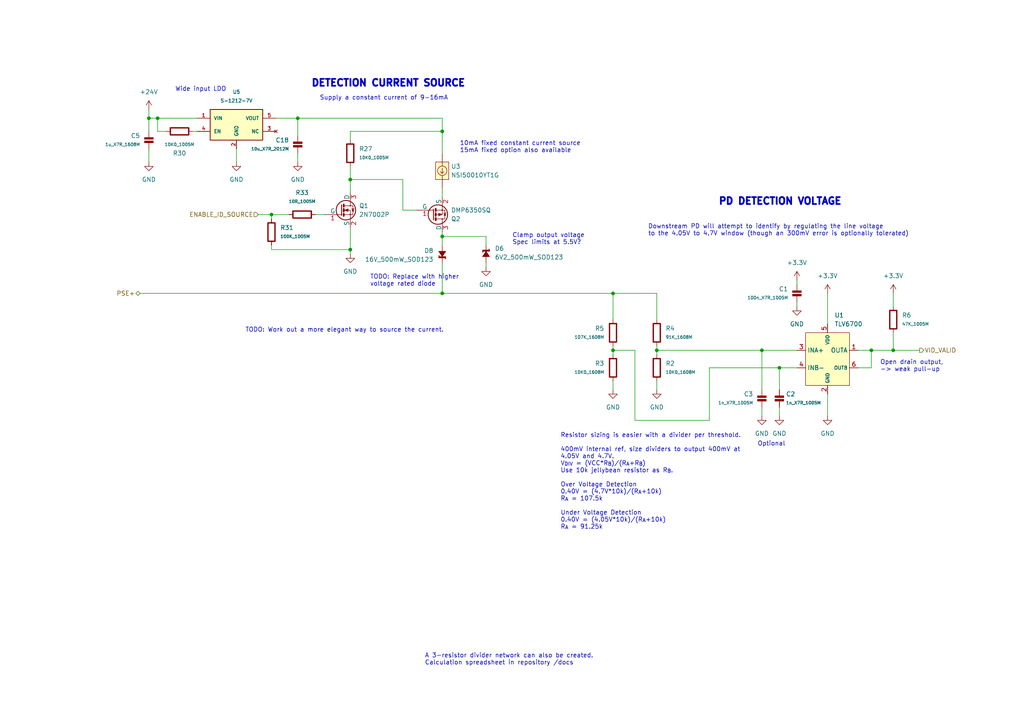
<source format=kicad_sch>
(kicad_sch (version 20230121) (generator eeschema)
  (paper "A4")
  (title_block (title "PSE Detection Circuits") (date "2023-08-17") (rev "V1.0") (comment 2 "Sense the PD voltage as part of device detection.") (comment 3 "Provide a controlled current source for downstream PD devices "))
  (lib_symbols
    (symbol "appli_capacitor:100n_X7R_1005M" (pin_numbers hide) (pin_names (offset 0.254))
      (property "Reference" "C" (at -2.286 -2.54 90))
      (property "Value" "100n_X7R_1005M" (at 2.159 -2.54 90))
      (symbol "100n_X7R_1005M_0_1"
        (rectangle (start -1.27 -2.794) (end 1.27 -3.302) (fill (type outline)))
        (rectangle (start -1.27 -1.778) (end 1.27 -2.286) (fill (type outline)))
      )
      (symbol "100n_X7R_1005M_1_1"
        (pin passive line (at 0 0 270) (length 1.778) (name "~") (number "1"))
        (pin passive line (at 0 -5.08 90) (length 1.778) (name "~") (number "2"))
      )
    )
    (symbol "appli_capacitor:10u_X7R_2012M" (pin_numbers hide) (pin_names (offset 0.254))
      (property "Reference" "C" (at -2.286 -2.54 90))
      (property "Value" "10u_X7R_2012M" (at 2.159 -2.54 90))
      (symbol "10u_X7R_2012M_0_1"
        (rectangle (start -1.27 -2.794) (end 1.27 -3.302) (fill (type outline)))
        (rectangle (start -1.27 -1.778) (end 1.27 -2.286) (fill (type outline)))
      )
      (symbol "10u_X7R_2012M_1_1"
        (pin passive line (at 0 0 270) (length 1.778) (name "~") (number "1"))
        (pin passive line (at 0 -5.08 90) (length 1.778) (name "~") (number "2"))
      )
    )
    (symbol "appli_capacitor:1n_X7R_1005M" (pin_numbers hide) (pin_names (offset 0.254))
      (property "Reference" "C" (at -2.286 -2.54 90))
      (property "Value" "1n_X7R_1005M" (at 2.159 -2.54 90))
      (symbol "1n_X7R_1005M_0_1"
        (rectangle (start -1.27 -2.794) (end 1.27 -3.302) (fill (type outline)))
        (rectangle (start -1.27 -1.778) (end 1.27 -2.286) (fill (type outline)))
      )
      (symbol "1n_X7R_1005M_1_1"
        (pin passive line (at 0 0 270) (length 1.778) (name "~") (number "1"))
        (pin passive line (at 0 -5.08 90) (length 1.778) (name "~") (number "2"))
      )
    )
    (symbol "appli_capacitor:1u_X7R_1608M" (pin_numbers hide) (pin_names (offset 0.254))
      (property "Reference" "C" (at -2.286 -2.54 90))
      (property "Value" "1u_X7R_1608M" (at 2.159 -2.54 90))
      (symbol "1u_X7R_1608M_0_1"
        (rectangle (start -1.27 -2.794) (end 1.27 -3.302) (fill (type outline)))
        (rectangle (start -1.27 -1.778) (end 1.27 -2.286) (fill (type outline)))
      )
      (symbol "1u_X7R_1608M_1_1"
        (pin passive line (at 0 0 270) (length 1.778) (name "~") (number "1"))
        (pin passive line (at 0 -5.08 90) (length 1.778) (name "~") (number "2"))
      )
    )
    (symbol "appli_device:16V_500mW_SOD123" (pin_numbers hide) (pin_names (offset 0.254) hide)
      (property "Reference" "D" (at 0 2.032 0))
      (property "Value" "16V_500mW_SOD123" (at 0 -2.032 0))
      (symbol "16V_500mW_SOD123_0_1"
        (rectangle (start -0.762 1.016) (end -1.143 -1.016) (fill (type outline)))
        (polyline (pts (xy -1.143 1.016) (xy -1.397 1.016) (xy -1.397 0.762)))
        (polyline (pts (xy -0.762 -1.016) (xy -0.508 -1.016) (xy -0.508 -0.762)))
        (polyline (pts (xy 0.762 -1.016) (xy -0.762 0) (xy 0.762 1.016) (xy 0.762 -1.016)) (fill (type outline)))
      )
      (symbol "16V_500mW_SOD123_1_1"
        (pin passive line (at 2.54 0 180) (length 1.778) (name "A") (number "A"))
        (pin passive line (at -2.54 0 0) (length 1.778) (name "K") (number "C"))
      )
    )
    (symbol "appli_device:6V2_500mW_SOD123" (pin_numbers hide) (pin_names (offset 0.254) hide)
      (property "Reference" "D" (at 0 2.032 0))
      (property "Value" "6V2_500mW_SOD123" (at 0 -2.032 0))
      (symbol "6V2_500mW_SOD123_0_1"
        (rectangle (start -0.762 1.016) (end -1.143 -1.016) (fill (type outline)))
        (polyline (pts (xy -1.143 1.016) (xy -1.397 1.016) (xy -1.397 0.762)))
        (polyline (pts (xy -0.762 -1.016) (xy -0.508 -1.016) (xy -0.508 -0.762)))
        (polyline (pts (xy 0.762 -1.016) (xy -0.762 0) (xy 0.762 1.016) (xy 0.762 -1.016)) (fill (type outline)))
      )
      (symbol "6V2_500mW_SOD123_1_1"
        (pin passive line (at 2.54 0 180) (length 1.778) (name "A") (number "A"))
        (pin passive line (at -2.54 0 0) (length 1.778) (name "K") (number "C"))
      )
    )
    (symbol "appli_device:NSI50010YT1G" (pin_numbers hide) (pin_names (offset 0) hide)
      (property "Reference" "U" (at 2.54 1.27 0))
      (property "Value" "NSI50010YT1G" (at 2.54 -1.27 0))
      (symbol "NSI50010YT1G_0_1"
        (polyline (pts (xy 0 -1.397) (xy 0 -2.54)))
        (polyline (pts (xy 0 0.762) (xy -0.508 0.254)))
        (polyline (pts (xy 0 0.762) (xy 0 -0.762)))
        (polyline (pts (xy 0 0.762) (xy 0.508 0.254)))
        (polyline (pts (xy 0 2.54) (xy 0 1.397)))
        (circle (center 0 0) (radius 1.3678))
      )
      (symbol "NSI50010YT1G_1_1"
        (rectangle (start -1.905 2.54) (end 1.905 -2.54) (fill (type background)))
        (pin passive line (at 0 -5.08 90) (length 2.5) (name "A") (number "A"))
        (pin passive line (at 0 5.08 270) (length 2.5) (name "C") (number "C"))
      )
    )
    (symbol "appli_linear:TLV6700"
      (property "Reference" "U" (at 2.54 12.7 0))
      (property "Value" "TLV6700" (at 2.54 10.16 0))
      (symbol "TLV6700_1_1"
        (rectangle (start -6.35 7.62) (end 6.35 -7.62) (fill (type background)))
        (pin output line (at 8.89 2.54 180) (length 2.54) (name "OUTA") (number "1"))
        (pin power_in line (at 0 -10.16 90) (length 2.54) (name "GND") (number "2"))
        (pin input line (at -8.89 2.54 0) (length 2.54) (name "INA+") (number "3"))
        (pin input line (at -8.89 -2.54 0) (length 2.54) (name "INB-") (number "4"))
        (pin power_in line (at 0 10.16 270) (length 2.54) (name "VDD") (number "5"))
        (pin output line (at 8.89 -2.54 180) (length 2.54) (name "OUTB") (number "6"))
      )
    )
    (symbol "appli_power:+24V" (power) (pin_names (offset 0))
      (property "Value" "+24V" (at 0 3.556 0))
      (symbol "+24V_0_1"
        (polyline (pts (xy -0.762 1.27) (xy 0 2.54)))
        (polyline (pts (xy 0 0) (xy 0 2.54)))
        (polyline (pts (xy 0 2.54) (xy 0.762 1.27)))
      )
      (symbol "+24V_1_1"
        (pin power_in line (at 0 0 90) (length 0) hide (name "+24V") (number "1"))
      )
    )
    (symbol "appli_power:+3.3V" (power) (pin_names (offset 0))
      (property "Value" "+3.3V" (at 0 3.556 0))
      (symbol "+3.3V_0_1"
        (polyline (pts (xy -0.762 1.27) (xy 0 2.54)))
        (polyline (pts (xy 0 0) (xy 0 2.54)))
        (polyline (pts (xy 0 2.54) (xy 0.762 1.27)))
      )
      (symbol "+3.3V_1_1"
        (pin power_in line (at 0 0 90) (length 0) hide (name "+3.3V") (number "1"))
      )
    )
    (symbol "appli_power:GND" (power) (pin_names (offset 0))
      (property "Value" "GND" (at 0 -3.81 0))
      (symbol "GND_0_1"
        (polyline (pts (xy 0 0) (xy 0 -1.27) (xy 1.27 -1.27) (xy 0 -2.54) (xy -1.27 -1.27) (xy 0 -1.27)))
      )
      (symbol "GND_1_1"
        (pin power_in line (at 0 0 270) (length 0) hide (name "GND") (number "1"))
      )
    )
    (symbol "appli_regulator:S-1212-7V" (pin_names (offset 1.016))
      (property "Reference" "U" (at -7.62 7.62 0))
      (property "Value" "S-1212-7V" (at -7.62 6.35 0))
      (symbol "S-1212-7V_0_1"
        (rectangle (start -7.62 3.81) (end 7.62 -5.08) (stroke (width 0.254)) (fill (type background)))
      )
      (symbol "S-1212-7V_1_1"
        (pin input line (at -11.43 1.27 0) (length 3.81) (name "VIN") (number "1"))
        (pin power_in line (at 0 -7.62 90) (length 2.54) (name "GND") (number "2"))
        (pin no_connect line (at 11.43 -2.54 180) (length 3.81) (name "NC") (number "3"))
        (pin passive line (at -11.43 -2.54 0) (length 3.81) (name "EN") (number "4"))
        (pin power_out line (at 11.43 1.27 180) (length 3.81) (name "VOUT") (number "5"))
      )
    )
    (symbol "appli_resistor:100K_1005M" (pin_numbers hide) (pin_names (offset 0))
      (property "Reference" "R" (at -2.159 -3.81 90))
      (property "Value" "100K_1005M" (at 2.032 -3.81 90))
      (symbol "100K_1005M_0_1"
        (rectangle (start -1.016 -1.143) (end 1.016 -6.477) (stroke (width 0.381)))
      )
      (symbol "100K_1005M_1_1"
        (pin passive line (at 0 0 270) (length 1.143) (name "~") (number "1"))
        (pin passive line (at 0 -7.62 90) (length 1.143) (name "~") (number "2"))
      )
    )
    (symbol "appli_resistor:107K_1608M" (pin_numbers hide) (pin_names (offset 0))
      (property "Reference" "R" (at -2.159 -3.81 90))
      (property "Value" "107K_1608M" (at 2.032 -3.81 90))
      (symbol "107K_1608M_0_1"
        (rectangle (start -1.016 -1.143) (end 1.016 -6.477) (stroke (width 0.381)))
      )
      (symbol "107K_1608M_1_1"
        (pin passive line (at 0 0 270) (length 1.143) (name "~") (number "1"))
        (pin passive line (at 0 -7.62 90) (length 1.143) (name "~") (number "2"))
      )
    )
    (symbol "appli_resistor:10K0_1005M" (pin_numbers hide) (pin_names (offset 0))
      (property "Reference" "R" (at -2.159 -3.81 90))
      (property "Value" "10K0_1005M" (at 2.032 -3.81 90))
      (symbol "10K0_1005M_0_1"
        (rectangle (start -1.016 -1.143) (end 1.016 -6.477) (stroke (width 0.381)))
      )
      (symbol "10K0_1005M_1_1"
        (pin passive line (at 0 0 270) (length 1.143) (name "~") (number "1"))
        (pin passive line (at 0 -7.62 90) (length 1.143) (name "~") (number "2"))
      )
    )
    (symbol "appli_resistor:10K0_1608M" (pin_numbers hide) (pin_names (offset 0))
      (property "Reference" "R" (at -2.159 -3.81 90))
      (property "Value" "10K0_1608M" (at 2.032 -3.81 90))
      (symbol "10K0_1608M_0_1"
        (rectangle (start -1.016 -1.143) (end 1.016 -6.477) (stroke (width 0.381)))
      )
      (symbol "10K0_1608M_1_1"
        (pin passive line (at 0 0 270) (length 1.143) (name "~") (number "1"))
        (pin passive line (at 0 -7.62 90) (length 1.143) (name "~") (number "2"))
      )
    )
    (symbol "appli_resistor:10R_1005M" (pin_numbers hide) (pin_names (offset 0))
      (property "Reference" "R" (at -2.159 -3.81 90))
      (property "Value" "10R_1005M" (at 2.032 -3.81 90))
      (symbol "10R_1005M_0_1"
        (rectangle (start -1.016 -1.143) (end 1.016 -6.477) (stroke (width 0.381)))
      )
      (symbol "10R_1005M_1_1"
        (pin passive line (at 0 0 270) (length 1.143) (name "~") (number "1"))
        (pin passive line (at 0 -7.62 90) (length 1.143) (name "~") (number "2"))
      )
    )
    (symbol "appli_resistor:47K_1005M" (pin_numbers hide) (pin_names (offset 0))
      (property "Reference" "R" (at -2.159 -3.81 90))
      (property "Value" "47K_1005M" (at 2.032 -3.81 90))
      (symbol "47K_1005M_0_1"
        (rectangle (start -1.016 -1.143) (end 1.016 -6.477) (stroke (width 0.381)))
      )
      (symbol "47K_1005M_1_1"
        (pin passive line (at 0 0 270) (length 1.143) (name "~") (number "1"))
        (pin passive line (at 0 -7.62 90) (length 1.143) (name "~") (number "2"))
      )
    )
    (symbol "appli_resistor:91K_1608M" (pin_numbers hide) (pin_names (offset 0))
      (property "Reference" "R" (at -2.159 -3.81 90))
      (property "Value" "91K_1608M" (at 2.032 -3.81 90))
      (symbol "91K_1608M_0_1"
        (rectangle (start -1.016 -1.143) (end 1.016 -6.477) (stroke (width 0.381)))
      )
      (symbol "91K_1608M_1_1"
        (pin passive line (at 0 0 270) (length 1.143) (name "~") (number "1"))
        (pin passive line (at 0 -7.62 90) (length 1.143) (name "~") (number "2"))
      )
    )
    (symbol "appli_transistor:2N7002P" (pin_names (offset 0))
      (property "Reference" "Q" (at 5.08 1.905 0))
      (property "Value" "2N7002P" (at 5.08 0 0))
      (symbol "2N7002P_0_1"
        (polyline (pts (xy 0.635 -1.016) (xy 0.635 -1.651)) (stroke (width 0.508)))
        (polyline (pts (xy 0.635 0.381) (xy 0.635 -0.381)) (stroke (width 0.508)))
        (polyline (pts (xy 0.635 1.651) (xy 0.635 1.016)) (stroke (width 0.508)))
        (polyline (pts (xy 3.048 0.381) (xy 2.921 0.254)))
        (polyline (pts (xy 3.048 0.381) (xy 3.556 0.381)))
        (polyline (pts (xy 3.556 0.381) (xy 3.683 0.508)))
        (polyline (pts (xy 0 1.524) (xy 0 -1.524) (xy 0 -1.524)) (stroke (width 0.254)))
        (polyline (pts (xy 0.762 -1.27) (xy 2.54 -1.27) (xy 2.54 -2.54) (xy 2.54 -2.54)))
        (polyline (pts (xy 0.762 1.27) (xy 2.54 1.27) (xy 2.54 2.54) (xy 2.54 2.54)))
        (polyline (pts (xy 2.54 1.27) (xy 3.302 1.27) (xy 3.302 -1.27) (xy 2.54 -1.27)))
        (polyline (pts (xy 3.302 0.381) (xy 3.048 -0.254) (xy 3.556 -0.254) (xy 3.302 0.381)) (fill (type outline)))
        (polyline (pts (xy 0.762 0) (xy 1.27 0) (xy 2.54 0) (xy 2.54 -1.27) (xy 2.54 -1.27)))
        (polyline (pts (xy 0.889 0) (xy 1.905 0.381) (xy 1.905 -0.381) (xy 0.889 0) (xy 1.016 0) (xy 1.016 0)) (fill (type outline)))
        (circle (center 1.27 0) (radius 2.8194) (stroke (width 0.254)))
        (circle (center 2.54 -1.27) (radius 0.127))
        (circle (center 2.54 1.27) (radius 0.127))
      )
      (symbol "2N7002P_1_1"
        (pin passive line (at -5.08 -1.27 0) (length 5.08) (name "G") (number "1"))
        (pin passive line (at 2.54 -5.08 90) (length 2.54) (name "S") (number "2"))
        (pin passive line (at 2.54 5.08 270) (length 2.54) (name "D") (number "3"))
      )
    )
    (symbol "appli_transistor:DMP6350SQ" (pin_names (offset 0))
      (property "Reference" "Q" (at 5.08 1.905 0))
      (property "Value" "DMP6350SQ" (at 5.08 0 0))
      (symbol "DMP6350SQ_0_1"
        (polyline (pts (xy 0.635 -1.016) (xy 0.635 -1.651)) (stroke (width 0.508)))
        (polyline (pts (xy 0.635 0.381) (xy 0.635 -0.381)) (stroke (width 0.508)))
        (polyline (pts (xy 0.635 1.651) (xy 0.635 1.016)) (stroke (width 0.508)))
        (polyline (pts (xy 3.048 -0.381) (xy 2.921 -0.254)))
        (polyline (pts (xy 3.048 -0.381) (xy 3.556 -0.381)))
        (polyline (pts (xy 3.556 -0.381) (xy 3.683 -0.508)))
        (polyline (pts (xy 0 1.524) (xy 0 -1.524) (xy 0 -1.524)) (stroke (width 0.254)))
        (polyline (pts (xy 0.762 -1.27) (xy 2.54 -1.27) (xy 2.54 -2.54) (xy 2.54 -2.54)))
        (polyline (pts (xy 0.762 1.27) (xy 2.54 1.27) (xy 2.54 2.54) (xy 2.54 2.54)))
        (polyline (pts (xy 2.54 1.27) (xy 3.302 1.27) (xy 3.302 -1.27) (xy 2.54 -1.27)))
        (polyline (pts (xy 3.302 -0.381) (xy 3.048 0.254) (xy 3.556 0.254) (xy 3.302 -0.381)) (fill (type outline)))
        (polyline (pts (xy 0.762 0) (xy 1.27 0) (xy 2.54 0) (xy 2.54 -1.27) (xy 2.54 -1.27)))
        (circle (center 1.27 0) (radius 2.8194) (stroke (width 0.254)))
        (circle (center 2.54 -1.27) (radius 0.127))
        (circle (center 2.54 1.27) (radius 0.127))
      )
      (symbol "DMP6350SQ_1_1"
        (polyline (pts (xy 2.5146 0) (xy 1.4986 0.381) (xy 1.4986 -0.381) (xy 2.5146 0) (xy 2.3876 0) (xy 2.3876 0)) (fill (type outline)))
        (pin passive line (at -5.08 -1.27 0) (length 5.08) (name "G") (number "1"))
        (pin passive line (at 2.54 -5.08 90) (length 2.54) (name "S") (number "2"))
        (pin passive line (at 2.54 5.08 270) (length 2.54) (name "D") (number "3"))
      )
    )
  )
  (junction (at 86.36 34.29))
  (junction (at 128.27 38.1))
  (junction (at 226.06 106.68))
  (junction (at 220.98 101.6))
  (junction (at 252.73 101.6))
  (junction (at 128.27 85.09))
  (junction (at 43.18 34.29))
  (junction (at 128.27 68.58))
  (junction (at 177.8 101.6))
  (junction (at 78.74 62.23))
  (junction (at 259.08 101.6))
  (junction (at 45.72 34.29))
  (junction (at 101.6 52.07))
  (junction (at 101.6 72.39))
  (junction (at 177.8 85.09))
  (junction (at 190.5 101.6))
  (wire (pts (xy 240.03 114.3) (xy 240.03 120.65)))
  (wire (pts (xy 205.74 106.68) (xy 226.06 106.68)))
  (wire (pts (xy 128.27 67.31) (xy 128.27 68.58)))
  (wire (pts (xy 101.6 48.26) (xy 101.6 52.07)))
  (wire (pts (xy 116.84 60.96) (xy 116.84 52.07)))
  (wire (pts (xy 43.18 34.29) (xy 43.18 38.1)))
  (wire (pts (xy 220.98 101.6) (xy 231.14 101.6)))
  (wire (pts (xy 240.03 85.09) (xy 240.03 93.98)))
  (wire (pts (xy 190.5 100.33) (xy 190.5 101.6)))
  (wire (pts (xy 259.08 96.52) (xy 259.08 101.6)))
  (wire (pts (xy 86.36 44.45) (xy 86.36 46.99)))
  (wire (pts (xy 177.8 100.33) (xy 177.8 101.6)))
  (wire (pts (xy 78.74 63.5) (xy 78.74 62.23)))
  (wire (pts (xy 74.93 62.23) (xy 78.74 62.23)))
  (wire (pts (xy 101.6 72.39) (xy 101.6 73.66)))
  (wire (pts (xy 86.36 34.29) (xy 86.36 39.37)))
  (wire (pts (xy 252.73 101.6) (xy 259.08 101.6)))
  (wire (pts (xy 101.6 52.07) (xy 101.6 55.88)))
  (wire (pts (xy 220.98 113.03) (xy 220.98 101.6)))
  (wire (pts (xy 184.15 121.92) (xy 184.15 101.6)))
  (wire (pts (xy 184.15 101.6) (xy 177.8 101.6)))
  (wire (pts (xy 101.6 66.04) (xy 101.6 72.39)))
  (wire (pts (xy 55.88 38.1) (xy 57.15 38.1)))
  (wire (pts (xy 177.8 110.49) (xy 177.8 113.03)))
  (wire (pts (xy 177.8 85.09) (xy 190.5 85.09)))
  (wire (pts (xy 128.27 76.2) (xy 128.27 85.09)))
  (wire (pts (xy 231.14 81.28) (xy 231.14 82.55)))
  (wire (pts (xy 177.8 85.09) (xy 177.8 92.71)))
  (wire (pts (xy 78.74 72.39) (xy 101.6 72.39)))
  (wire (pts (xy 128.27 34.29) (xy 128.27 38.1)))
  (wire (pts (xy 226.06 118.11) (xy 226.06 120.65)))
  (wire (pts (xy 190.5 85.09) (xy 190.5 92.71)))
  (wire (pts (xy 43.18 31.75) (xy 43.18 34.29)))
  (wire (pts (xy 40.64 85.09) (xy 128.27 85.09)))
  (wire (pts (xy 128.27 68.58) (xy 128.27 71.12)))
  (wire (pts (xy 78.74 62.23) (xy 83.82 62.23)))
  (wire (pts (xy 220.98 118.11) (xy 220.98 120.65)))
  (wire (pts (xy 190.5 101.6) (xy 190.5 102.87)))
  (wire (pts (xy 140.97 68.58) (xy 128.27 68.58)))
  (wire (pts (xy 86.36 34.29) (xy 128.27 34.29)))
  (wire (pts (xy 128.27 54.61) (xy 128.27 57.15)))
  (wire (pts (xy 45.72 34.29) (xy 57.15 34.29)))
  (wire (pts (xy 68.58 43.18) (xy 68.58 46.99)))
  (wire (pts (xy 190.5 101.6) (xy 220.98 101.6)))
  (wire (pts (xy 116.84 52.07) (xy 101.6 52.07)))
  (wire (pts (xy 226.06 106.68) (xy 231.14 106.68)))
  (wire (pts (xy 205.74 106.68) (xy 205.74 121.92)))
  (wire (pts (xy 140.97 71.12) (xy 140.97 68.58)))
  (wire (pts (xy 48.26 38.1) (xy 45.72 38.1)))
  (wire (pts (xy 78.74 72.39) (xy 78.74 71.12)))
  (wire (pts (xy 226.06 106.68) (xy 226.06 113.03)))
  (wire (pts (xy 252.73 101.6) (xy 248.92 101.6)))
  (wire (pts (xy 91.44 62.23) (xy 93.98 62.23)))
  (wire (pts (xy 128.27 38.1) (xy 128.27 44.45)))
  (wire (pts (xy 259.08 85.09) (xy 259.08 88.9)))
  (wire (pts (xy 43.18 43.18) (xy 43.18 46.99)))
  (wire (pts (xy 190.5 110.49) (xy 190.5 113.03)))
  (wire (pts (xy 248.92 106.68) (xy 252.73 106.68)))
  (wire (pts (xy 128.27 85.09) (xy 177.8 85.09)))
  (wire (pts (xy 140.97 76.2) (xy 140.97 77.47)))
  (wire (pts (xy 259.08 101.6) (xy 266.7 101.6)))
  (wire (pts (xy 45.72 34.29) (xy 45.72 38.1)))
  (wire (pts (xy 205.74 121.92) (xy 184.15 121.92)))
  (wire (pts (xy 231.14 87.63) (xy 231.14 88.9)))
  (wire (pts (xy 177.8 101.6) (xy 177.8 102.87)))
  (wire (pts (xy 120.65 60.96) (xy 116.84 60.96)))
  (wire (pts (xy 101.6 38.1) (xy 128.27 38.1)))
  (wire (pts (xy 101.6 38.1) (xy 101.6 40.64)))
  (wire (pts (xy 80.01 34.29) (xy 86.36 34.29)))
  (wire (pts (xy 252.73 106.68) (xy 252.73 101.6)))
  (wire (pts (xy 43.18 34.29) (xy 45.72 34.29)))
  (text "Open drain output,\n-> weak pull-up" (at 255.27 107.95 0) (effects (font (size 1.27 1.27)) (justify left bottom)))
  (text "PD DETECTION VOLTAGE" (at 208.28 59.69 0) (effects (font (size 2 2) (thickness 0.6) bold) (justify left bottom)))
  (text "Optional" (at 219.71 129.54 0) (effects (font (size 1.27 1.27)) (justify left bottom)))
  (text "Downstream PD will attempt to identify by regulating the line voltage\nto the 4.05V to 4.7V window (though an 300mV error is optionally tolerated)" (at 187.96 68.58 0) (effects (font (size 1.27 1.27)) (justify left bottom)))
  (text "Resistor sizing is easier with a divider per threshold.\n\n400mV internal ref, size dividers to output 400mV at\n4.05V and 4.7V.\nV_{DIV} = (VCC*R_{B})/(R_{A}+R_{B})\nUse 10k jellybean resistor as R_{B}.\n\nOver Voltage Detection\n0.40V = (4.7V*10k)/(R_{A}+10k)\nR_{A} = 107.5k\n\nUnder Voltage Detection\n0.40V = (4.05V*10k)/(R_{A}+10k)\nR_{A} = 91.25k\n" (at 162.56 153.67 0) (effects (font (size 1.27 1.27)) (justify left bottom)))
  (text "Wide input LDO" (at 50.8 26.67 0) (effects (font (size 1.27 1.27)) (justify left bottom)))
  (text "A 3-resistor divider network can also be created.\nCalculation spreadsheet in repository /docs" (at 123.19 193.04 0) (effects (font (size 1.27 1.27)) (justify left bottom)))
  (text "Supply a constant current of 9-16mA" (at 92.71 29.21 0) (effects (font (size 1.27 1.27)) (justify left bottom)))
  (text "TODO: Work out a more elegant way to source the current." (at 71.12 96.52 0) (effects (font (size 1.27 1.27)) (justify left bottom)))
  (text "Clamp output voltage\nSpec limits at 5.5V?" (at 148.59 71.12 0) (effects (font (size 1.27 1.27)) (justify left bottom)))
  (text "DETECTION CURRENT SOURCE" (at 90.17 25.4 0) (effects (font (size 2 2) (thickness 0.6) bold) (justify left bottom)))
  (text "TODO: Replace with higher \nvoltage rated diode" (at 107.315 83.185 0) (effects (font (size 1.27 1.27)) (justify left bottom)))
  (text "10mA fixed constant current source\n15mA fixed option also available" (at 133.35 44.45 0) (effects (font (size 1.27 1.27)) (justify left bottom)))
  (hierarchical_label "VID_VALID" (shape output) (at 266.7 101.6 0))
  (hierarchical_label "PSE+" (shape bidirectional) (at 40.64 85.09 180))
  (hierarchical_label "ENABLE_ID_SOURCE" (shape input) (at 74.93 62.23 180))
  (symbol (lib_id "appli_device:6V2_500mW_SOD123") (at 140.97 73.66 270) (unit 1)
    (property "Reference" "D6" (at 143.51 72.0725 90) (effects (justify left)))
    (property "Value" "6V2_500mW_SOD123" (at 143.51 74.6125 90) (effects (justify left)))
    (property "Footprint" "Applidyne_SOD:SOD3715X145N" (effects hide))
    (property "Datasheet" "http://www.farnell.com/datasheets/2861300.pdf?_ga=2.267332942.1726490480.1578892286-691783955.1577082492" (effects hide))
    (property "manf" "multicomp PRO" (effects hide))
    (property "manf#" "MMSZ5234B-7-F" (effects hide))
    (property "Supplier" "element14" (effects hide))
    (property "Supplier Part No" "2306178" (effects hide))
    (property "Supplier URL" "https://au.element14.com/multicomp/mmsz5234b-7-f/diode-zener-6-2v-500mw-sod-123/dp/2306178" (effects hide))
    (property "Supplier Price" "0.068" (effects hide))
    (property "Supplier Price Break" "1" (effects hide))
  )
  (symbol (lib_id "appli_resistor:100K_1005M") (at 78.74 63.5 0) (unit 1)
    (property "Reference" "R31" (at 81.28 66.04 0) (effects (justify left)))
    (property "Value" "100K_1005M" (at 81.28 68.58 0) (effects (font (size 0.889 0.889)) (justify left)))
    (property "Footprint" "Applidyne_Resistor:RESC1005X40N" (effects hide))
    (property "Datasheet" "http://www.farnell.com/datasheets/1911175.pdf" (effects hide))
    (property "manf" "PANASONIC" (effects hide))
    (property "manf#" "ERJ2RKF1003X" (effects hide))
    (property "Supplier" "Element14" (effects hide))
    (property "Supplier Part No" "2302839" (effects hide))
    (property "Supplier URL" "http://au.element14.com/panasonic-electronic-components/erj2rkf1003x/res-thick-film-100k-1-0-1w-0402/dp/2302839" (effects hide))
    (property "Supplier Price" "0.016" (effects hide))
    (property "Supplier Price Break" "5" (effects hide))
  )
  (symbol (lib_id "appli_transistor:2N7002P") (at 99.06 60.96 0) (unit 1)
    (property "Reference" "Q1" (at 104.14 59.69 0) (effects (justify left)))
    (property "Value" "2N7002P" (at 104.14 62.23 0) (effects (justify left)))
    (property "Footprint" "Applidyne_SOT:SOT95P240X110-3L16N" (effects hide))
    (property "Datasheet" "http://datasheet.octopart.com/2N7002P%2C215-NXP-Semiconductors-datasheet-10031793.pdf" (effects hide))
    (property "manf" "Fairchild" (effects hide))
    (property "manf#" " 2N7002,215" (effects hide))
    (property "Supplier" "RS Online" (effects hide))
    (property "Supplier URL" "http://au.rs-online.com/web/p/mosfet-transistors/4367379/" (effects hide))
    (property "Supplier Part No" " 436-7379" (effects hide))
    (property "Supplier Price" "0.232" (effects hide))
    (property "Supplier Price Break" "25" (effects hide))
  )
  (symbol (lib_id "appli_power:GND") (at 101.6 73.66 0) (unit 1)
    (property "Reference" "#PWR076" (effects hide))
    (property "Value" "GND" (at 101.6 78.74 0))
  )
  (symbol (lib_id "appli_power:GND") (at 177.8 113.03 0) (unit 1)
    (property "Reference" "#PWR069" (effects hide))
    (property "Value" "GND" (at 177.8 118.11 0))
  )
  (symbol (lib_id "appli_power:GND") (at 140.97 77.47 0) (unit 1)
    (property "Reference" "#PWR062" (effects hide))
    (property "Value" "GND" (at 140.97 82.55 0))
  )
  (symbol (lib_id "appli_transistor:DMP6350SQ") (at 125.73 62.23 0) (mirror x) (unit 1)
    (property "Reference" "Q2" (at 130.81 63.5 0) (effects (justify left)))
    (property "Value" "DMP6350SQ" (at 130.81 60.96 0) (effects (justify left)))
    (property "Footprint" "Applidyne_SOT:SOT95P240X110-3L16N" (effects hide))
    (property "Datasheet" "https://au.mouser.com/datasheet/2/115/DMP6350SQ-1524963.pdf" (effects hide))
    (property "manf" "DIODES INC" (effects hide))
    (property "manf#" "DMP6350SQ-7" (effects hide))
    (property "Supplier" "Mouser" (effects hide))
    (property "Supplier URL" "https://au.mouser.com/ProductDetail/Diodes-Incorporated/DMP6350SQ-7?qs=sGAEpiMZZMshyDBzk1%2FWi%2FD7Em5shE8qeQ7CmGIgXfCtTGeF0D0ZQQ%3D%3D" (effects hide))
    (property "Supplier Part No" "621-DMP6350SQ-7" (effects hide))
    (property "Supplier Price" "0.542" (effects hide))
    (property "Supplier Price Break" "10" (effects hide))
  )
  (symbol (lib_id "appli_resistor:10R_1005M") (at 83.82 62.23 90) (unit 1)
    (property "Reference" "R33" (at 87.63 55.88 90))
    (property "Value" "10R_1005M" (at 87.63 58.42 90) (effects (font (size 0.889 0.889))))
    (property "Footprint" "Applidyne_Resistor:RESC1005X40N" (effects hide))
    (property "Datasheet" "http://www.farnell.com/datasheets/2111203.pdf" (effects hide))
    (property "manf" "VISHAY" (effects hide))
    (property "manf#" "CRCW040210R0FKED" (effects hide))
    (property "Supplier" "Element14" (effects hide))
    (property "Supplier Part No" "1652742" (effects hide))
    (property "Supplier URL" "http://au.element14.com/vishay/crcw040210r0fked/res-thick-film-10r-1-0-063w-0402/dp/1652742" (effects hide))
    (property "Supplier Price" "0.009" (effects hide))
    (property "Supplier Price Break" "10" (effects hide))
  )
  (symbol (lib_id "appli_resistor:10K0_1608M") (at 190.5 110.49 180) (unit 1)
    (property "Reference" "R2" (at 193.04 105.41 0) (effects (justify right)))
    (property "Value" "10K0_1608M" (at 193.04 107.95 0) (effects (font (size 0.889 0.889)) (justify right)))
    (property "Footprint" "Applidyne_Resistor:RESC1608X50N" (effects hide))
    (property "Datasheet" "http://www.farnell.com/datasheets/1723233.pdf" (effects hide))
    (property "manf" "TE CONNECTIVITY" (effects hide))
    (property "manf#" "CRGH0603F10K" (effects hide))
    (property "Supplier" "Element14" (effects hide))
    (property "Supplier Part No" "2332016" (effects hide))
    (property "Supplier URL" "http://au.element14.com/te-connectivity/crgh0603f10k/resistor-power-10k-0-2w-1-0603/dp/2332016" (effects hide))
    (property "Supplier Price" "0.02" (effects hide))
    (property "Supplier Price Break" "10" (effects hide))
  )
  (symbol (lib_id "appli_power:GND") (at 190.5 113.03 0) (unit 1)
    (property "Reference" "#PWR049" (effects hide))
    (property "Value" "GND" (at 190.5 118.11 0))
  )
  (symbol (lib_id "appli_resistor:10K0_1005M") (at 101.6 40.64 0) (unit 1)
    (property "Reference" "R27" (at 104.14 43.18 0) (effects (justify left)))
    (property "Value" "10K0_1005M" (at 104.14 45.72 0) (effects (font (size 0.889 0.889)) (justify left)))
    (property "Footprint" "Applidyne_Resistor:RESC1005X40N" (effects hide))
    (property "Datasheet" "http://www.farnell.com/datasheets/2111203.pdf" (effects hide))
    (property "manf" "VISHAY" (effects hide))
    (property "manf#" "CRCW040210K0FKED" (effects hide))
    (property "Supplier" "Element14" (effects hide))
    (property "Supplier Part No" "1469669" (effects hide))
    (property "Supplier URL" "http://au.element14.com/vishay/crcw040210k0fked/res-thick-film-10k-1-0-063w-0402/dp/1469669" (effects hide))
    (property "Supplier Price" "0.009" (effects hide))
    (property "Supplier Price Break" "10" (effects hide))
  )
  (symbol (lib_id "appli_linear:TLV6700") (at 240.03 104.14 0) (unit 1)
    (property "Reference" "U1" (at 242.0319 91.44 0) (effects (justify left)))
    (property "Value" "TLV6700" (at 242.0319 93.98 0) (effects (justify left)))
    (property "Footprint" "Applidyne_SOT:SOT95P280X145-6L50N" (effects hide))
    (property "Datasheet" "https://www.ti.com/general/docs/suppproductinfo.tsp?distId=10&gotoUrl=https%3A%2F%2Fwww.ti.com%2Flit%2Fgpn%2Ftlv6700" (effects hide))
    (property "manf" "Texas Instruments" (effects hide))
    (property "manf#" "TLV6700DDCR" (effects hide))
    (property "Supplier" "Digikey" (effects hide))
    (property "Supplier Nr" "296-51696-1-ND" (effects hide))
    (property "Supplier URL" "https://www.digikey.com.au/en/products/detail/texas-instruments/TLV6700DDCR/8635318" (effects hide))
    (property "Supplier Price" "2.34" (effects hide))
    (property "Supplier Price Break" "10" (effects hide))
  )
  (symbol (lib_id "appli_power:GND") (at 240.03 120.65 0) (unit 1)
    (property "Reference" "#PWR03" (effects hide))
    (property "Value" "GND" (at 240.03 125.73 0))
  )
  (symbol (lib_id "appli_resistor:107K_1608M") (at 177.8 92.71 0) (mirror y) (unit 1)
    (property "Reference" "R5" (at 175.26 95.25 0) (effects (justify left)))
    (property "Value" "107K_1608M" (at 175.26 97.79 0) (effects (font (size 0.889 0.889)) (justify left)))
    (property "Footprint" "Applidyne_Resistor:RESC1608X50N" (effects hide))
    (property "Datasheet" "https://industrial.panasonic.com/cdbs/www-data/pdf/RDA0000/AOA0000C304.pdf" (effects hide))
    (property "manf" "Panasonic" (effects hide))
    (property "manf#" "ERJ-3EKF1073V" (effects hide))
    (property "Supplier" "Digikey" (effects hide))
    (property "Supplier Part No" "P107KHCT-ND" (effects hide))
    (property "Supplier URL" "https://www.digikey.com.au/en/products/detail/panasonic-electronic-components/ERJ-3EKF1073V/196081" (effects hide))
    (property "Supplier Price" "0.02" (effects hide))
    (property "Supplier Price Break" "100" (effects hide))
  )
  (symbol (lib_id "appli_power:GND") (at 226.06 120.65 0) (unit 1)
    (property "Reference" "#PWR05" (effects hide))
    (property "Value" "GND" (at 226.06 125.73 0))
  )
  (symbol (lib_id "appli_resistor:91K_1608M") (at 190.5 92.71 0) (unit 1)
    (property "Reference" "R4" (at 193.04 95.25 0) (effects (justify left)))
    (property "Value" "91K_1608M" (at 193.04 97.79 0) (effects (font (size 0.889 0.889)) (justify left)))
    (property "Footprint" "Applidyne_Resistor:RESC1608X50N" (effects hide))
    (property "Datasheet" "http://www.farnell.com/datasheets/2254497.pdf" (effects hide))
    (property "manf" "PANASONIC" (effects hide))
    (property "manf#" "ERJPA3F9102V" (effects hide))
    (property "Supplier" "Element14" (effects hide))
    (property "Supplier Part No" "2335960RL" (effects hide))
    (property "Supplier URL" "http://au.element14.com/panasonic-electronic-components/erjpa3f9102v/res-thick-film-91k-1-0-25w-0603/dp/2335960RL" (effects hide))
    (property "Supplier Price" "0.13" (effects hide))
    (property "Supplier Price Break" "50" (effects hide))
  )
  (symbol (lib_id "appli_power:GND") (at 220.98 120.65 0) (unit 1)
    (property "Reference" "#PWR07" (effects hide))
    (property "Value" "GND" (at 220.98 125.73 0))
  )
  (symbol (lib_id "appli_capacitor:10u_X7R_2012M") (at 86.36 39.37 0) (mirror y) (unit 1)
    (property "Reference" "C18" (at 83.82 40.64 0) (effects (justify left)))
    (property "Value" "10u_X7R_2012M" (at 83.82 43.18 0) (effects (font (size 0.889 0.889)) (justify left)))
    (property "Footprint" "Applidyne_Capacitor:CAPC2012X110N" (effects hide))
    (property "Datasheet" "http://www.farnell.com/datasheets/1870456.pdf" (effects hide))
    (property "manf" "MULTICOMP" (effects hide))
    (property "manf#" "MC0805B106K6R3CT" (effects hide))
    (property "Supplier" "Element14" (effects hide))
    (property "Supplier Part No" "2320851" (effects hide))
    (property "Supplier URL" "http://au.element14.com/multicomp/mc0805b106k6r3ct/cap-mlcc-x7r-10uf-6-3v-0805/dp/2320851" (effects hide))
    (property "Supplier Price" "0.241" (effects hide))
    (property "Supplier Price Break" "10" (effects hide))
    (instances (project "spe-source" (path "" (reference "C18") (unit 1)) (path "" (reference "C18") (unit 1)) (path "" (reference "C4") (unit 1))))
  )
  (symbol (lib_id "appli_resistor:10K0_1005M") (at 48.26 38.1 90) (mirror x) (unit 1)
    (property "Reference" "R30" (at 52.07 44.45 90))
    (property "Value" "10K0_1005M" (at 52.07 41.91 90) (effects (font (size 0.889 0.889))))
    (property "Footprint" "Applidyne_Resistor:RESC1005X40N" (effects hide))
    (property "Datasheet" "http://www.farnell.com/datasheets/2111203.pdf" (effects hide))
    (property "manf" "VISHAY" (effects hide))
    (property "manf#" "CRCW040210K0FKED" (effects hide))
    (property "Supplier" "Element14" (effects hide))
    (property "Supplier Part No" "1469669" (effects hide))
    (property "Supplier URL" "http://au.element14.com/vishay/crcw040210k0fked/res-thick-film-10k-1-0-063w-0402/dp/1469669" (effects hide))
    (property "Supplier Price" "0.009" (effects hide))
    (property "Supplier Price Break" "10" (effects hide))
  )
  (symbol (lib_id "appli_power:+24V") (at 43.18 31.75 0) (mirror y) (unit 1)
    (property "Reference" "#PWR054" (effects hide))
    (property "Value" "+24V" (at 43.18 26.67 0))
    (instances (project "spe-source" (path "" (reference "#PWR054") (unit 1)) (path "" (reference "#PWR054") (unit 1)) (path "" (reference "#PWR063") (unit 1))))
  )
  (symbol (lib_id "appli_power:GND") (at 86.36 46.99 0) (unit 1)
    (property "Reference" "#PWR066" (effects hide))
    (property "Value" "GND" (at 86.36 52.07 0))
  )
  (symbol (lib_id "appli_power:GND") (at 231.14 88.9 0) (unit 1)
    (property "Reference" "#PWR04" (effects hide))
    (property "Value" "GND" (at 231.14 93.98 0))
  )
  (symbol (lib_id "appli_power:+3.3V") (at 231.14 81.28 0) (unit 1)
    (property "Reference" "#PWR02" (effects hide))
    (property "Value" "+3.3V" (at 231.14 76.2 0))
  )
  (symbol (lib_id "appli_regulator:S-1212-7V") (at 68.58 35.56 0) (unit 1)
    (property "Reference" "U5" (at 68.58 26.67 0) (effects (font (size 1.016 1.016))))
    (property "Value" "S-1212-7V" (at 68.58 29.21 0) (effects (font (size 1.016 1.016))))
    (property "Footprint" "Applidyne_SOT:SOT95P280X145-5L30N" (effects hide))
    (property "Datasheet" "S-1212B70" (effects hide))
    (property "manf" "ABLIC Inc." (effects hide))
    (property "manf#" "S-1212B70-M5T1U" (effects hide))
    (property "Supplier" "Digikey" (effects hide))
    (property "Supplier Part No" "1662-2787-1-ND" (effects hide))
    (property "Supplier URL" "https://www.digikey.com.au/en/products/detail/ablic-inc/S-1212B70-M5T1U/7556201" (effects hide))
    (property "Supplier Price" "1.64" (effects hide))
    (property "Supplier Price Break" "10" (effects hide))
  )
  (symbol (lib_id "appli_power:+3.3V") (at 259.08 85.09 0) (unit 1)
    (property "Reference" "#PWR070" (effects hide))
    (property "Value" "+3.3V" (at 259.08 80.01 0))
  )
  (symbol (lib_id "appli_resistor:10K0_1608M") (at 177.8 102.87 0) (mirror y) (unit 1)
    (property "Reference" "R3" (at 175.26 105.41 0) (effects (justify left)))
    (property "Value" "10K0_1608M" (at 175.26 107.95 0) (effects (font (size 0.889 0.889)) (justify left)))
    (property "Footprint" "Applidyne_Resistor:RESC1608X50N" (effects hide))
    (property "Datasheet" "http://www.farnell.com/datasheets/1723233.pdf" (effects hide))
    (property "manf" "TE CONNECTIVITY" (effects hide))
    (property "manf#" "CRGH0603F10K" (effects hide))
    (property "Supplier" "Element14" (effects hide))
    (property "Supplier Part No" "2332016" (effects hide))
    (property "Supplier URL" "http://au.element14.com/te-connectivity/crgh0603f10k/resistor-power-10k-0-2w-1-0603/dp/2332016" (effects hide))
    (property "Supplier Price" "0.02" (effects hide))
    (property "Supplier Price Break" "10" (effects hide))
  )
  (symbol (lib_id "appli_power:GND") (at 43.18 46.99 0) (unit 1)
    (property "Reference" "#PWR065" (effects hide))
    (property "Value" "GND" (at 43.18 52.07 0))
  )
  (symbol (lib_id "appli_resistor:47K_1005M") (at 259.08 88.9 0) (unit 1)
    (property "Reference" "R6" (at 261.62 91.44 0) (effects (justify left)))
    (property "Value" "47K_1005M" (at 261.62 93.98 0) (effects (font (size 0.889 0.889)) (justify left)))
    (property "Footprint" "Applidyne_Resistor:RESC1005X40N" (effects hide))
    (property "Datasheet" "http://www.farnell.com/datasheets/2167052.pdf" (effects hide))
    (property "manf" "YAGEO" (effects hide))
    (property "manf#" "RC0402FR-0747KL" (effects hide))
    (property "Supplier" "Element14" (effects hide))
    (property "Supplier Part No" "9239430" (effects hide))
    (property "Supplier URL" "http://au.element14.com/yageo-phycomp/rc0402fr-0747kl/res-thick-film-47k-1-0-063w-0402/dp/9239430" (effects hide))
    (property "Supplier Price" "0.003" (effects hide))
    (property "Supplier Price Break" "10" (effects hide))
  )
  (symbol (lib_id "appli_capacitor:100n_X7R_1005M") (at 231.14 82.55 0) (mirror y) (unit 1)
    (property "Reference" "C1" (at 228.6 83.82 0) (effects (justify left)))
    (property "Value" "100n_X7R_1005M" (at 228.6 86.36 0) (effects (font (size 0.889 0.889)) (justify left)))
    (property "Footprint" "Applidyne_Capacitor:CAPC1005X60N" (effects hide))
    (property "Datasheet" "http://www.farnell.com/datasheets/1936565.pdf" (effects hide))
    (property "manf" "TDK" (effects hide))
    (property "manf#" "CGA2B3X7R1H104K050BB" (effects hide))
    (property "Supplier" "Element14" (effects hide))
    (property "Supplier Part No" "2210822" (effects hide))
    (property "Supplier URL" "http://au.element14.com/tdk/cga2b3x7r1h104k050bb/cap-mlcc-x7r-100nf-50v-0402/dp/2210822" (effects hide))
    (property "Supplier Price" "0.087" (effects hide))
    (property "Supplier Price Break" "100" (effects hide))
  )
  (symbol (lib_id "appli_capacitor:1u_X7R_1608M") (at 43.18 38.1 0) (mirror y) (unit 1)
    (property "Reference" "C5" (at 40.64 39.37 0) (effects (justify left)))
    (property "Value" "1u_X7R_1608M" (at 40.64 41.91 0) (effects (font (size 0.889 0.889)) (justify left)))
    (property "Footprint" "Applidyne_Capacitor:CAPC1608X90N" (effects hide))
    (property "Datasheet" "<Datasheet URL>" (effects hide))
    (property "manf" "muRata" (effects hide))
    (property "manf#" "GRM188R61H105KAALD" (effects hide))
    (property "Supplier" "Element14" (effects hide))
    (property "Supplier Part No" "1845736" (effects hide))
    (property "Supplier URL" "http://au.element14.com/murata/grm188r61h105kaald/cap-mlcc-x5r-1uf-50v-0603/dp/1845736" (effects hide))
    (property "Supplier Price" "0.092" (effects hide))
    (property "Supplier Price Break" "100" (effects hide))
  )
  (symbol (lib_id "appli_power:+3.3V") (at 240.03 85.09 0) (unit 1)
    (property "Reference" "#PWR01" (effects hide))
    (property "Value" "+3.3V" (at 240.03 80.01 0))
  )
  (symbol (lib_id "appli_capacitor:1n_X7R_1005M") (at 226.06 113.03 0) (unit 1)
    (property "Reference" "C2" (at 227.965 114.3 0) (effects (justify left)))
    (property "Value" "1n_X7R_1005M" (at 227.965 116.84 0) (effects (font (size 0.889 0.889)) (justify left)))
    (property "Footprint" "Applidyne_Capacitor:CAPC1005X60N" (effects hide))
    (property "Datasheet" "http://www.farnell.com/datasheets/2205255.pdf" (effects hide))
    (property "manf" "KEMET" (effects hide))
    (property "manf#" "C0402C102K5RACTU" (effects hide))
    (property "Supplier" "Element14" (effects hide))
    (property "Supplier Part No" "1414573" (effects hide))
    (property "Supplier URL" "http://au.element14.com/kemet/c0402c102k5ractu/cap-mlcc-x7r-1nf-50v-0402/dp/1414573" (effects hide))
    (property "Supplier Price" "0.015" (effects hide))
    (property "Supplier Price Break" "100" (effects hide))
  )
  (symbol (lib_id "appli_device:16V_500mW_SOD123") (at 128.27 73.66 270) (mirror x) (unit 1)
    (property "Reference" "D8" (at 125.73 72.7075 90) (effects (justify right)))
    (property "Value" "16V_500mW_SOD123" (at 125.73 75.2475 90) (effects (justify right)))
    (property "Footprint" "Applidyne_SOD:SOD3715X145N" (effects hide))
    (property "Datasheet" "https://www.diodes.com/assets/Datasheets/ds18010.pdf" (effects hide))
    (property "manf" "Diodes Incorporated" (effects hide))
    (property "manf#" "MMSZ5246B-7-F" (effects hide))
    (property "Supplier" "Digi-Key" (effects hide))
    (property "Supplier Part No" "MMSZ5246B-FDICT-ND" (effects hide))
    (property "Supplier URL" "https://www.digikey.com.au/product-detail/en/diodes-incorporated/MMSZ5246B-7-F/MMSZ5246B-FDICT-ND/717912" (effects hide))
    (property "Supplier Price" "0.246" (effects hide))
    (property "Supplier Price Break" "10" (effects hide))
  )
  (symbol (lib_id "appli_device:NSI50010YT1G") (at 128.27 49.53 180) (unit 1)
    (property "Reference" "U3" (at 130.81 48.26 0) (effects (justify right)))
    (property "Value" "NSI50010YT1G" (at 130.81 50.8 0) (effects (justify right)))
    (property "Footprint" "Applidyne_SOD:SOD3715X145N" (effects hide))
    (property "Datasheet" "https://www.onsemi.com/pdf/datasheet/nsi50010y-d.pdf" (effects hide))
    (property "manf" "ONSEMI" (effects hide))
    (property "manf#" "NSI50010YT1G" (effects hide))
    (property "Supplier" "Digikey" (effects hide))
    (property "Supplier Part No" "NSI50010YT1GOSCT-ND" (effects hide))
    (property "Supplier URL" "https://www.digikey.com.au/en/products/detail/onsemi/NSI50010YT1G/2271548" (effects hide))
    (property "Supplier Price" "0.53" (effects hide))
    (property "Supplier Price Break" "10" (effects hide))
  )
  (symbol (lib_id "appli_capacitor:1n_X7R_1005M") (at 220.98 113.03 0) (mirror y) (unit 1)
    (property "Reference" "C3" (at 218.44 114.3 0) (effects (justify left)))
    (property "Value" "1n_X7R_1005M" (at 218.44 116.84 0) (effects (font (size 0.889 0.889)) (justify left)))
    (property "Footprint" "Applidyne_Capacitor:CAPC1005X60N" (effects hide))
    (property "Datasheet" "http://www.farnell.com/datasheets/2205255.pdf" (effects hide))
    (property "manf" "KEMET" (effects hide))
    (property "manf#" "C0402C102K5RACTU" (effects hide))
    (property "Supplier" "Element14" (effects hide))
    (property "Supplier Part No" "1414573" (effects hide))
    (property "Supplier URL" "http://au.element14.com/kemet/c0402c102k5ractu/cap-mlcc-x7r-1nf-50v-0402/dp/1414573" (effects hide))
    (property "Supplier Price" "0.015" (effects hide))
    (property "Supplier Price Break" "100" (effects hide))
  )
  (symbol (lib_id "appli_power:GND") (at 68.58 46.99 0) (unit 1)
    (property "Reference" "#PWR064" (effects hide))
    (property "Value" "GND" (at 68.58 52.07 0))
  )
)
</source>
